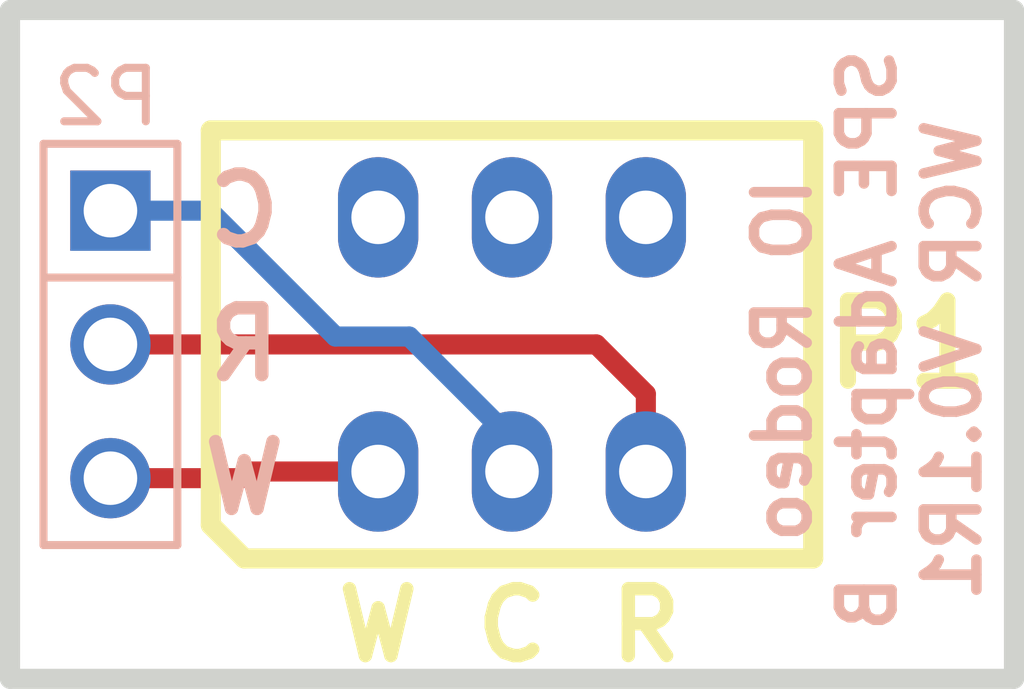
<source format=kicad_pcb>
(kicad_pcb (version 20221018) (generator pcbnew)
  (title_block (date "13 sep 2014"))
  (layers (0 "F.Cu" signal) (31 "B.Cu" signal) (34 "B.Paste" user) (35 "F.Paste" user) (36 "B.SilkS" user "B.Silkscreen") (37 "F.SilkS" user "F.Silkscreen") (38 "B.Mask" user) (39 "F.Mask" user) (44 "Edge.Cuts" user))
  (net 0 "")
  (net 1 "/counter")
  (net 2 "/reference")
  (net 3 "/working")
  (footprint "card_edge_3x2:CARD_EDGE_3x2" (layer "F.Cu") (at 114.3 114.3)
    (fp_text reference "P1" (at 7.5 0) (layer "F.SilkS") (effects (font (size 1.524 1.524) (thickness 0.3048))))
    (fp_text value "CONN_3X2" hide)
    (fp_line (start -5.715 -4.064) (end -5.715 3.429) (stroke (width 0.381)) (layer "F.SilkS"))
    (fp_line (start -5.715 -4.064) (end 5.715 -4.064) (stroke (width 0.381)) (layer "F.SilkS"))
    (fp_line (start -5.715 3.429) (end -5.08 4.064) (stroke (width 0.381)) (layer "F.SilkS"))
    (fp_line (start -5.08 4.064) (end 5.715 4.064) (stroke (width 0.381)) (layer "F.SilkS"))
    (fp_line (start 5.715 -4.064) (end 5.715 4.064) (stroke (width 0.381)) (layer "F.SilkS"))
    (pad "1" thru_hole oval (at -2.54 2.413) (size 1.524 2.286) (drill 1.016) (layers "*.Cu" "*.Mask") (net 3 "/working"))
    (pad "2" thru_hole oval (at -2.54 -2.413) (size 1.524 2.286) (drill 1.016) (layers "*.Cu" "*.Mask"))
    (pad "3" thru_hole oval (at 0 2.413) (size 1.524 2.286) (drill 1.016) (layers "*.Cu" "*.Mask") (net 1 "/counter"))
    (pad "4" thru_hole oval (at 0 -2.413) (size 1.524 2.286) (drill 1.016) (layers "*.Cu" "*.Mask"))
    (pad "5" thru_hole oval (at 2.54 2.413) (size 1.524 2.286) (drill 1.016) (layers "*.Cu" "*.Mask") (net 2 "/reference"))
    (pad "6" thru_hole oval (at 2.54 -2.413) (size 1.524 2.286) (drill 1.016) (layers "*.Cu" "*.Mask"))
  )
  (footprint "pin_array_3x1:PIN_ARRAY_3X1" (layer "B.Cu") (at 106.68 114.3 -90)
    (fp_text reference "P2" (at -4.699 0.07874 180) (layer "B.SilkS") (effects (font (size 1.016 1.016) (thickness 0.1524)) (justify mirror)))
    (fp_text value "CONN_3" hide)
    (fp_line (start -3.81 -1.27) (end -3.81 1.27) (stroke (width 0.1524)) (layer "B.SilkS"))
    (fp_line (start -3.81 1.27) (end 3.81 1.27) (stroke (width 0.1524)) (layer "B.SilkS"))
    (fp_line (start -1.27 1.27) (end -1.27 -1.27) (stroke (width 0.1524)) (layer "B.SilkS"))
    (fp_line (start 3.81 -1.27) (end -3.81 -1.27) (stroke (width 0.1524)) (layer "B.SilkS"))
    (fp_line (start 3.81 1.27) (end 3.81 -1.27) (stroke (width 0.1524)) (layer "B.SilkS"))
    (pad "1" thru_hole rect (at -2.54 0 270) (size 1.524 1.524) (drill 1.016) (layers "*.Cu" "*.Mask") (net 1 "/counter"))
    (pad "2" thru_hole circle (at 0 0 270) (size 1.524 1.524) (drill 1.016) (layers "*.Cu" "*.Mask") (net 2 "/reference"))
    (pad "3" thru_hole circle (at 2.54 0 270) (size 1.524 1.524) (drill 1.016) (layers "*.Cu" "*.Mask") (net 3 "/working"))
  )
  (gr_line (start 104.775 107.95) (end 104.775 120.65) (stroke (width 0.381)) (layer "Edge.Cuts"))
  (gr_line (start 123.825 107.95) (end 123.825 120.65) (stroke (width 0.381)) (layer "Edge.Cuts"))
  (gr_line (start 104.775 107.95) (end 123.825 107.95) (stroke (width 0.381)) (layer "Edge.Cuts"))
  (gr_line (start 104.775 120.65) (end 123.825 120.65) (stroke (width 0.381)) (layer "Edge.Cuts"))
  (gr_text "W" (at 109.22 116.84) (layer "B.SilkS") (effects (font (size 1.27 1.27) (thickness 0.254))))
  (gr_text "C" (at 109.22 111.76) (layer "B.SilkS") (effects (font (size 1.27 1.27) (thickness 0.254)) (justify mirror)))
  (gr_text "IO Rodeo\nSPE Adapter B \nWCR V0.1R1\n" (at 121.05 114.6 90) (layer "B.SilkS") (effects (font (size 1 1) (thickness 0.2) bold) (justify mirror)))
  (gr_text "R" (at 109.22 114.3) (layer "B.SilkS") (effects (font (size 1.27 1.27) (thickness 0.254)) (justify mirror)))
  (gr_text "W" (at 111.76 119.634) (layer "F.SilkS") (effects (font (size 1.27 1.27) (thickness 0.254))))
  (gr_text "R" (at 116.84 119.634) (layer "F.SilkS") (effects (font (size 1.27 1.27) (thickness 0.254))))
  (gr_text "C" (at 114.3 119.634) (layer "F.SilkS") (effects (font (size 1.27 1.27) (thickness 0.254))))
  (segment (start 114.3 116.1) (end 114.3 116.713) (width 0.381) (layer "B.Cu") (net 1))
  (segment (start 106.68 111.76) (end 108.56 111.76) (width 0.381) (layer "B.Cu") (net 1))
  (segment (start 112.35 114.15) (end 114.3 116.1) (width 0.381) (layer "B.Cu") (net 1))
  (segment (start 108.56 111.76) (end 110.95 114.15) (width 0.381) (layer "B.Cu") (net 1))
  (segment (start 110.95 114.15) (end 112.35 114.15) (width 0.381) (layer "B.Cu") (net 1))
  (segment (start 106.68 114.3) (end 115.9002 114.3) (width 0.381) (layer "F.Cu") (net 2))
  (segment (start 115.9002 114.3) (end 116.84 115.2398) (width 0.381) (layer "F.Cu") (net 2))
  (segment (start 116.84 115.2398) (end 116.84 116.713) (width 0.381) (layer "F.Cu") (net 2))
  (segment (start 109.287 116.713) (end 111.76 116.713) (width 0.381) (layer "F.Cu") (net 3))
  (segment (start 106.68 116.84) (end 109.16 116.84) (width 0.381) (layer "F.Cu") (net 3))
  (segment (start 109.16 116.84) (end 109.287 116.713) (width 0.381) (layer "F.Cu") (net 3))
  (segment (start 106.68 116.84) (end 106.84002 116.84) (width 0.381) (layer "B.Cu") (net 3))
)
</source>
